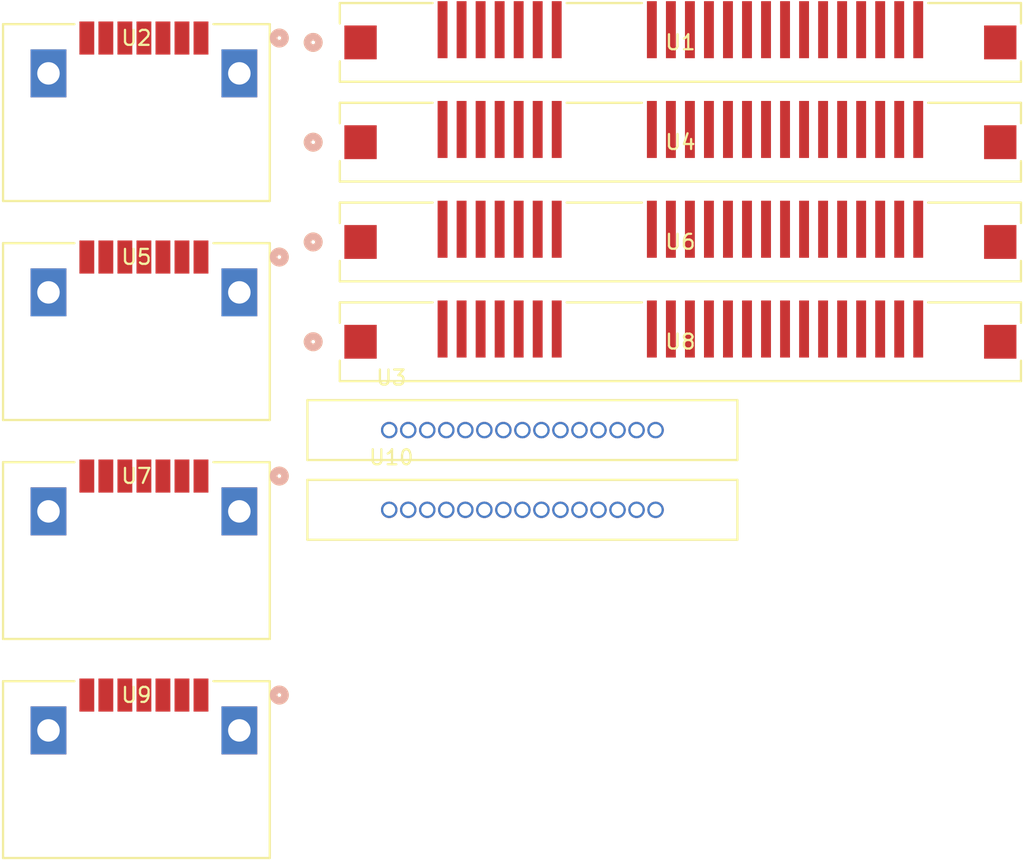
<source format=kicad_pcb>
(kicad_pcb (version 20240108) (generator "pcbnew") (generator_version "8.0")
  (layers (0 "F.Cu" signal) (31 "B.Cu" signal) (34 "B.Paste" user) (35 "F.Paste" user) (36 "B.SilkS" user "B.Silkscreen") (37 "F.SilkS" user "F.Silkscreen") (38 "B.Mask" user) (39 "F.Mask" user) (44 "Edge.Cuts" user))
  (net 0 "")
  (net 1 "+5V")
  (net 2 "+3.3V")
  (net 3 "VSS")
  (net 4 "Net-(U1-A+)")
  (net 5 "Net-(U1-B+)")
  (net 6 "+12V")
  (net 7 "Net-(U1-B-)")
  (net 8 "Net-(U1-A-)")
  (net 9 "Net-(U4-A+)")
  (net 10 "Net-(U4-B+)")
  (net 11 "Net-(U4-B-)")
  (net 12 "Net-(U4-A-)")
  (net 13 "Net-(U6-A+)")
  (net 14 "Net-(U6-B-)")
  (net 15 "Net-(U6-B+)")
  (net 16 "Net-(U6-A-)")
  (net 17 "Net-(U8-A+)")
  (net 18 "Net-(U8-B+)")
  (net 19 "Net-(U8-B-)")
  (net 20 "Net-(U8-A-)")
  (footprint "UE-Connector:CONN_67490-1220_MOL" (layer "F.Cu") (at 114.789905 103.825396)
    (property "Reference" "U9" (at 0 -4.978499 0) (layer "F.SilkS"))
    (property "Value" "SATA_Data")
    (fp_circle (center 9.5377 -4.978499) (end 9.9187 -4.978499) (stroke (width 0.508)) (fill none) (layer "B.SilkS"))
    (fp_line (start -8.9027 -5.905499) (end -8.9027 5.9055) (stroke (width 0.1524)) (layer "F.SilkS"))
    (fp_line (start -8.9027 5.9055) (end 8.9027 5.9055) (stroke (width 0.1524)) (layer "F.SilkS"))
    (fp_line (start -4.138041 -5.905499) (end -8.9027 -5.905499) (stroke (width 0.1524)) (layer "F.SilkS"))
    (fp_line (start 8.9027 -5.905499) (end 5.138039 -5.905499) (stroke (width 0.1524)) (layer "F.SilkS"))
    (fp_line (start 8.9027 5.9055) (end 8.9027 -5.905499) (stroke (width 0.1524)) (layer "F.SilkS"))
    (fp_circle (center 9.5377 -4.978499) (end 9.9187 -4.978499) (stroke (width 0.508)) (fill none) (layer "F.SilkS"))
    (pad "" thru_hole rect (at -5.870001 -2.618499) (size 2.3876 3.2004) (drill 1.4986) (layers "*.Cu" "*.Mask"))
    (pad "" thru_hole rect (at 6.869999 -2.618499) (size 2.3876 3.2004) (drill 1.4986) (layers "*.Cu" "*.Mask"))
    (pad "1" smd rect (at 4.309999 -4.978499) (size 0.9906 2.2098) (layers "F.Cu" "F.Paste" "F.Mask") (net 3 "VSS"))
    (pad "2" smd rect (at 3.039999 -4.978499) (size 0.9906 2.2098) (layers "F.Cu" "F.Paste" "F.Mask") (net 17 "Net-(U8-A+)"))
    (pad "3" smd rect (at 1.769999 -4.978499) (size 0.9906 2.2098) (layers "F.Cu" "F.Paste" "F.Mask") (net 20 "Net-(U8-A-)"))
    (pad "4" smd rect (at 0.499999 -4.978499) (size 0.9906 2.2098) (layers "F.Cu" "F.Paste" "F.Mask") (net 3 "VSS"))
    (pad "5" smd rect (at -0.770001 -4.978499) (size 0.9906 2.2098) (layers "F.Cu" "F.Paste" "F.Mask") (net 19 "Net-(U8-B-)"))
    (pad "6" smd rect (at -2.040001 -4.978499) (size 0.9906 2.2098) (layers "F.Cu" "F.Paste" "F.Mask") (net 18 "Net-(U8-B+)"))
    (pad "7" smd rect (at -3.310001 -4.978499) (size 0.9906 2.2098) (layers "F.Cu" "F.Paste" "F.Mask") (net 3 "VSS"))
  )
  (footprint "UE-Connector:CONN_67490-1220_MOL" (layer "F.Cu") (at 114.789905 59.943799)
    (property "Reference" "U2" (at 0 -4.978499 0) (layer "F.SilkS"))
    (property "Value" "SATA_Data")
    (fp_circle (center 9.5377 -4.978499) (end 9.9187 -4.978499) (stroke (width 0.508)) (fill none) (layer "B.SilkS"))
    (fp_line (start -8.9027 -5.905499) (end -8.9027 5.9055) (stroke (width 0.1524)) (layer "F.SilkS"))
    (fp_line (start -8.9027 5.9055) (end 8.9027 5.9055) (stroke (width 0.1524)) (layer "F.SilkS"))
    (fp_line (start -4.138041 -5.905499) (end -8.9027 -5.905499) (stroke (width 0.1524)) (layer "F.SilkS"))
    (fp_line (start 8.9027 -5.905499) (end 5.138039 -5.905499) (stroke (width 0.1524)) (layer "F.SilkS"))
    (fp_line (start 8.9027 5.9055) (end 8.9027 -5.905499) (stroke (width 0.1524)) (layer "F.SilkS"))
    (fp_circle (center 9.5377 -4.978499) (end 9.9187 -4.978499) (stroke (width 0.508)) (fill none) (layer "F.SilkS"))
    (pad "" thru_hole rect (at -5.870001 -2.618499) (size 2.3876 3.2004) (drill 1.4986) (layers "*.Cu" "*.Mask"))
    (pad "" thru_hole rect (at 6.869999 -2.618499) (size 2.3876 3.2004) (drill 1.4986) (layers "*.Cu" "*.Mask"))
    (pad "1" smd rect (at 4.309999 -4.978499) (size 0.9906 2.2098) (layers "F.Cu" "F.Paste" "F.Mask") (net 3 "VSS"))
    (pad "2" smd rect (at 3.039999 -4.978499) (size 0.9906 2.2098) (layers "F.Cu" "F.Paste" "F.Mask") (net 4 "Net-(U1-A+)"))
    (pad "3" smd rect (at 1.769999 -4.978499) (size 0.9906 2.2098) (layers "F.Cu" "F.Paste" "F.Mask") (net 8 "Net-(U1-A-)"))
    (pad "4" smd rect (at 0.499999 -4.978499) (size 0.9906 2.2098) (layers "F.Cu" "F.Paste" "F.Mask") (net 3 "VSS"))
    (pad "5" smd rect (at -0.770001 -4.978499) (size 0.9906 2.2098) (layers "F.Cu" "F.Paste" "F.Mask") (net 7 "Net-(U1-B-)"))
    (pad "6" smd rect (at -2.040001 -4.978499) (size 0.9906 2.2098) (layers "F.Cu" "F.Paste" "F.Mask") (net 5 "Net-(U1-B+)"))
    (pad "7" smd rect (at -3.310001 -4.978499) (size 0.9906 2.2098) (layers "F.Cu" "F.Paste" "F.Mask") (net 3 "VSS"))
  )
  (footprint "UE-Connector:CONN22_1735284-3_TEC" (layer "F.Cu") (at 151.100005 61.9216)
    (property "Reference" "U4" (at 0 0 0) (layer "F.SilkS"))
    (property "Value" "SATA_Combined")
    (fp_circle (center -24.511 0) (end -24.13 0) (stroke (width 0.508)) (fill none) (layer "B.SilkS"))
    (fp_line (start -22.733 -2.6289) (end -22.733 -1.266685) (stroke (width 0.1524)) (layer "F.SilkS"))
    (fp_line (start -22.733 1.266685) (end -22.733 2.6289) (stroke (width 0.1524)) (layer "F.SilkS"))
    (fp_line (start -22.733 2.6289) (end 22.733 2.6289) (stroke (width 0.1524)) (layer "F.SilkS"))
    (fp_line (start -16.537965 -2.6289) (end -22.733 -2.6289) (stroke (width 0.1524)) (layer "F.SilkS"))
    (fp_line (start -2.567965 -2.6289) (end -7.592085 -2.6289) (stroke (width 0.1524)) (layer "F.SilkS"))
    (fp_line (start 22.733 -2.6289) (end 16.537915 -2.6289) (stroke (width 0.1524)) (layer "F.SilkS"))
    (fp_line (start 22.733 -1.266685) (end 22.733 -2.6289) (stroke (width 0.1524)) (layer "F.SilkS"))
    (fp_line (start 22.733 2.6289) (end 22.733 1.266685) (stroke (width 0.1524)) (layer "F.SilkS"))
    (fp_circle (center -24.511 0) (end -24.13 0) (stroke (width 0.508)) (fill none) (layer "F.SilkS"))
    (pad "" smd rect (at -21.349995 0) (size 2.159 2.2606) (layers "F.Cu" "F.Paste" "F.Mask"))
    (pad "" np_thru_hole circle (at -18.400001 0.299999 90) (size 2.159 2.159) (drill 2.159) (layers "*.Cu" "*.Mask"))
    (pad "" np_thru_hole circle (at 18.400001 0.299999 90) (size 2.159 2.159) (drill 2.159) (layers "*.Cu" "*.Mask"))
    (pad "" smd rect (at 21.349995 0) (size 2.159 2.2606) (layers "F.Cu" "F.Paste" "F.Mask"))
    (pad "1" smd rect (at -15.875025 -0.850001 90) (size 3.81 0.6604) (layers "F.Cu" "F.Paste" "F.Mask") (net 3 "VSS"))
    (pad "2" smd rect (at -14.605025 -0.850001 90) (size 3.81 0.6604) (layers "F.Cu" "F.Paste" "F.Mask") (net 9 "Net-(U4-A+)"))
    (pad "3" smd rect (at -13.335025 -0.850001 90) (size 3.81 0.6604) (layers "F.Cu" "F.Paste" "F.Mask") (net 12 "Net-(U4-A-)"))
    (pad "4" smd rect (at -12.065025 -0.850001 90) (size 3.81 0.6604) (layers "F.Cu" "F.Paste" "F.Mask") (net 3 "VSS"))
    (pad "5" smd rect (at -10.795025 -0.850001 90) (size 3.81 0.6604) (layers "F.Cu" "F.Paste" "F.Mask") (net 11 "Net-(U4-B-)"))
    (pad "6" smd rect (at -9.525025 -0.850001 90) (size 3.81 0.6604) (layers "F.Cu" "F.Paste" "F.Mask") (net 10 "Net-(U4-B+)"))
    (pad "7" smd rect (at -8.255025 -0.850001 90) (size 3.81 0.6604) (layers "F.Cu" "F.Paste" "F.Mask") (net 3 "VSS"))
    (pad "8" smd rect (at -1.905025 -0.850001 90) (size 3.81 0.6604) (layers "F.Cu" "F.Paste" "F.Mask") (net 2 "+3.3V"))
    (pad "9" smd rect (at -0.635025 -0.850001 90) (size 3.81 0.6604) (layers "F.Cu" "F.Paste" "F.Mask") (net 2 "+3.3V"))
    (pad "10" smd rect (at 0.634975 -0.850001 90) (size 3.81 0.6604) (layers "F.Cu" "F.Paste" "F.Mask") (net 2 "+3.3V"))
    (pad "11" smd rect (at 1.904975 -0.850001 90) (size 3.81 0.6604) (layers "F.Cu" "F.Paste" "F.Mask") (net 3 "VSS"))
    (pad "12" smd rect (at 3.174975 -0.850001 90) (size 3.81 0.6604) (layers "F.Cu" "F.Paste" "F.Mask") (net 3 "VSS"))
    (pad "13" smd rect (at 4.444975 -0.850001 90) (size 3.81 0.6604) (layers "F.Cu" "F.Paste" "F.Mask") (net 3 "VSS"))
    (pad "14" smd rect (at 5.714975 -0.850001 90) (size 3.81 0.6604) (layers "F.Cu" "F.Paste" "F.Mask") (net 1 "+5V"))
    (pad "15" smd rect (at 6.984975 -0.850001 90) (size 3.81 0.6604) (layers "F.Cu" "F.Paste" "F.Mask") (net 1 "+5V"))
    (pad "16" smd rect (at 8.254975 -0.850001 90) (size 3.81 0.6604) (layers "F.Cu" "F.Paste" "F.Mask") (net 1 "+5V"))
    (pad "17" smd rect (at 9.524975 -0.850001 90) (size 3.81 0.6604) (layers "F.Cu" "F.Paste" "F.Mask") (net 3 "VSS"))
    (pad "18" smd rect (at 10.794975 -0.850001 90) (size 3.81 0.6604) (layers "F.Cu" "F.Paste" "F.Mask") (net 3 "VSS"))
    (pad "19" smd rect (at 12.064975 -0.850001 90) (size 3.81 0.6604) (layers "F.Cu" "F.Paste" "F.Mask") (net 3 "VSS"))
    (pad "20" smd rect (at 13.334975 -0.850001 90) (size 3.81 0.6604) (layers "F.Cu" "F.Paste" "F.Mask") (net 6 "+12V"))
    (pad "21" smd rect (at 14.604975 -0.850001 90) (size 3.81 0.6604) (layers "F.Cu" "F.Paste" "F.Mask") (net 6 "+12V"))
    (pad "22" smd rect (at 15.874975 -0.850001 90) (size 3.81 0.6604) (layers "F.Cu" "F.Paste" "F.Mask") (net 6 "+12V"))
  )
  (footprint "UE-Connector:alim_SATA" (layer "F.Cu") (at 126.204005 88.4753)
    (property "Reference" "U10" (at 5.6 -5.5 0) (layer "F.SilkS"))
    (property "Value" "SATA_Power")
    (fp_line (start 0 -4) (end 0 0) (stroke (width 0.15)) (layer "F.SilkS"))
    (fp_line (start 0 0) (end 28.7 0) (stroke (width 0.15)) (layer "F.SilkS"))
    (fp_line (start 28.7 -4) (end 0 -4) (stroke (width 0.15)) (layer "F.SilkS"))
    (fp_line (start 28.7 0) (end 28.7 -4) (stroke (width 0.15)) (layer "F.SilkS"))
    (pad "" np_thru_hole circle (at 1.8 -2) (size 1.7 1.7) (drill 1.7) (layers "F&B.Cu" "*.Mask"))
    (pad "" np_thru_hole circle (at 26.33 -2) (size 1.7 1.7) (drill 1.7) (layers "F&B.Cu" "*.Mask"))
    (pad "1" thru_hole circle (at 5.46 -2) (size 1.1 1.1) (drill 0.8) (layers "*.Cu" "*.Mask") (net 2 "+3.3V"))
    (pad "2" thru_hole circle (at 6.73 -2) (size 1.1 1.1) (drill 0.8) (layers "*.Cu" "*.Mask") (net 2 "+3.3V"))
    (pad "3" thru_hole circle (at 8 -2) (size 1.1 1.1) (drill 0.8) (layers "*.Cu" "*.Mask") (net 2 "+3.3V"))
    (pad "4" thru_hole circle (at 9.27 -2) (size 1.1 1.1) (drill 0.8) (layers "*.Cu" "*.Mask") (net 3 "VSS"))
    (pad "5" thru_hole circle (at 10.54 -2) (size 1.1 1.1) (drill 0.8) (layers "*.Cu" "*.Mask") (net 3 "VSS"))
    (pad "6" thru_hole circle (at 11.81 -2) (size 1.1 1.1) (drill 0.8) (layers "*.Cu" "*.Mask") (net 3 "VSS"))
    (pad "7" thru_hole circle (at 13.08 -2) (size 1.1 1.1) (drill 0.8) (layers "*.Cu" "*.Mask") (net 1 "+5V"))
    (pad "8" thru_hole circle (at 14.35 -2) (size 1.1 1.1) (drill 0.8) (layers "*.Cu" "*.Mask") (net 1 "+5V"))
    (pad "9" thru_hole circle (at 15.62 -2) (size 1.1 1.1) (drill 0.8) (layers "*.Cu" "*.Mask") (net 1 "+5V"))
    (pad "10" thru_hole circle (at 16.89 -2) (size 1.1 1.1) (drill 0.8) (layers "*.Cu" "*.Mask") (net 3 "VSS"))
    (pad "11" thru_hole circle (at 18.16 -2) (size 1.1 1.1) (drill 0.8) (layers "*.Cu" "*.Mask") (net 3 "VSS"))
    (pad "12" thru_hole circle (at 19.43 -2) (size 1.1 1.1) (drill 0.8) (layers "*.Cu" "*.Mask") (net 3 "VSS"))
    (pad "13" thru_hole circle (at 20.7 -2) (size 1.1 1.1) (drill 0.8) (layers "*.Cu" "*.Mask") (net 6 "+12V"))
    (pad "14" thru_hole circle (at 21.97 -2) (size 1.1 1.1) (drill 0.8) (layers "*.Cu" "*.Mask") (net 6 "+12V"))
    (pad "15" thru_hole circle (at 23.24 -2) (size 1.1 1.1) (drill 0.8) (layers "*.Cu" "*.Mask") (net 6 "+12V"))
  )
  (footprint "UE-Connector:CONN22_1735284-3_TEC" (layer "F.Cu") (at 151.100005 55.2574)
    (property "Reference" "U1" (at 0 0 0) (layer "F.SilkS"))
    (property "Value" "SATA_Combined")
    (fp_circle (center -24.511 0) (end -24.13 0) (stroke (width 0.508)) (fill none) (layer "B.SilkS"))
    (fp_line (start -22.733 -2.6289) (end -22.733 -1.266685) (stroke (width 0.1524)) (layer "F.SilkS"))
    (fp_line (start -22.733 1.266685) (end -22.733 2.6289) (stroke (width 0.1524)) (layer "F.SilkS"))
    (fp_line (start -22.733 2.6289) (end 22.733 2.6289) (stroke (width 0.1524)) (layer "F.SilkS"))
    (fp_line (start -16.537965 -2.6289) (end -22.733 -2.6289) (stroke (width 0.1524)) (layer "F.SilkS"))
    (fp_line (start -2.567965 -2.6289) (end -7.592085 -2.6289) (stroke (width 0.1524)) (layer "F.SilkS"))
    (fp_line (start 22.733 -2.6289) (end 16.537915 -2.6289) (stroke (width 0.1524)) (layer "F.SilkS"))
    (fp_line (start 22.733 -1.266685) (end 22.733 -2.6289) (stroke (width 0.1524)) (layer "F.SilkS"))
    (fp_line (start 22.733 2.6289) (end 22.733 1.266685) (stroke (width 0.1524)) (layer "F.SilkS"))
    (fp_circle (center -24.511 0) (end -24.13 0) (stroke (width 0.508)) (fill none) (layer "F.SilkS"))
    (pad "" smd rect (at -21.349995 0) (size 2.159 2.2606) (layers "F.Cu" "F.Paste" "F.Mask"))
    (pad "" np_thru_hole circle (at -18.400001 0.299999 90) (size 2.159 2.159) (drill 2.159) (layers "*.Cu" "*.Mask"))
    (pad "" np_thru_hole circle (at 18.400001 0.299999 90) (size 2.159 2.159) (drill 2.159) (layers "*.Cu" "*.Mask"))
    (pad "" smd rect (at 21.349995 0) (size 2.159 2.2606) (layers "F.Cu" "F.Paste" "F.Mask"))
    (pad "1" smd rect (at -15.875025 -0.850001 90) (size 3.81 0.6604) (layers "F.Cu" "F.Paste" "F.Mask") (net 3 "VSS"))
    (pad "2" smd rect (at -14.605025 -0.850001 90) (size 3.81 0.6604) (layers "F.Cu" "F.Paste" "F.Mask") (net 4 "Net-(U1-A+)"))
    (pad "3" smd rect (at -13.335025 -0.850001 90) (size 3.81 0.6604) (layers "F.Cu" "F.Paste" "F.Mask") (net 8 "Net-(U1-A-)"))
    (pad "4" smd rect (at -12.065025 -0.850001 90) (size 3.81 0.6604) (layers "F.Cu" "F.Paste" "F.Mask") (net 3 "VSS"))
    (pad "5" smd rect (at -10.795025 -0.850001 90) (size 3.81 0.6604) (layers "F.Cu" "F.Paste" "F.Mask") (net 7 "Net-(U1-B-)"))
    (pad "6" smd rect (at -9.525025 -0.850001 90) (size 3.81 0.6604) (layers "F.Cu" "F.Paste" "F.Mask") (net 5 "Net-(U1-B+)"))
    (pad "7" smd rect (at -8.255025 -0.850001 90) (size 3.81 0.6604) (layers "F.Cu" "F.Paste" "F.Mask") (net 3 "VSS"))
    (pad "8" smd rect (at -1.905025 -0.850001 90) (size 3.81 0.6604) (layers "F.Cu" "F.Paste" "F.Mask") (net 2 "+3.3V"))
    (pad "9" smd rect (at -0.635025 -0.850001 90) (size 3.81 0.6604) (layers "F.Cu" "F.Paste" "F.Mask") (net 2 "+3.3V"))
    (pad "10" smd rect (at 0.634975 -0.850001 90) (size 3.81 0.6604) (layers "F.Cu" "F.Paste" "F.Mask") (net 2 "+3.3V"))
    (pad "11" smd rect (at 1.904975 -0.850001 90) (size 3.81 0.6604) (layers "F.Cu" "F.Paste" "F.Mask") (net 3 "VSS"))
    (pad "12" smd rect (at 3.174975 -0.850001 90) (size 3.81 0.6604) (layers "F.Cu" "F.Paste" "F.Mask") (net 3 "VSS"))
    (pad "13" smd rect (at 4.444975 -0.850001 90) (size 3.81 0.6604) (layers "F.Cu" "F.Paste" "F.Mask") (net 3 "VSS"))
    (pad "14" smd rect (at 5.714975 -0.850001 90) (size 3.81 0.6604) (layers "F.Cu" "F.Paste" "F.Mask") (net 1 "+5V"))
    (pad "15" smd rect (at 6.984975 -0.850001 90) (size 3.81 0.6604) (layers "F.Cu" "F.Paste" "F.Mask") (net 1 "+5V"))
    (pad "16" smd rect (at 8.254975 -0.850001 90) (size 3.81 0.6604) (layers "F.Cu" "F.Paste" "F.Mask") (net 1 "+5V"))
    (pad "17" smd rect (at 9.524975 -0.850001 90) (size 3.81 0.6604) (layers "F.Cu" "F.Paste" "F.Mask") (net 3 "VSS"))
    (pad "18" smd rect (at 10.794975 -0.850001 90) (size 3.81 0.6604) (layers "F.Cu" "F.Paste" "F.Mask") (net 3 "VSS"))
    (pad "19" smd rect (at 12.064975 -0.850001 90) (size 3.81 0.6604) (layers "F.Cu" "F.Paste" "F.Mask") (net 3 "VSS"))
    (pad "20" smd rect (at 13.334975 -0.850001 90) (size 3.81 0.6604) (layers "F.Cu" "F.Paste" "F.Mask") (net 6 "+12V"))
    (pad "21" smd rect (at 14.604975 -0.850001 90) (size 3.81 0.6604) (layers "F.Cu" "F.Paste" "F.Mask") (net 6 "+12V"))
    (pad "22" smd rect (at 15.874975 -0.850001 90) (size 3.81 0.6604) (layers "F.Cu" "F.Paste" "F.Mask") (net 6 "+12V"))
  )
  (footprint "UE-Connector:CONN_67490-1220_MOL" (layer "F.Cu") (at 114.789905 89.198197)
    (property "Reference" "U7" (at 0 -4.978499 0) (layer "F.SilkS"))
    (property "Value" "SATA_Data")
    (fp_circle (center 9.5377 -4.978499) (end 9.9187 -4.978499) (stroke (width 0.508)) (fill none) (layer "B.SilkS"))
    (fp_line (start -8.9027 -5.905499) (end -8.9027 5.9055) (stroke (width 0.1524)) (layer "F.SilkS"))
    (fp_line (start -8.9027 5.9055) (end 8.9027 5.9055) (stroke (width 0.1524)) (layer "F.SilkS"))
    (fp_line (start -4.138041 -5.905499) (end -8.9027 -5.905499) (stroke (width 0.1524)) (layer "F.SilkS"))
    (fp_line (start 8.9027 -5.905499) (end 5.138039 -5.905499) (stroke (width 0.1524)) (layer "F.SilkS"))
    (fp_line (start 8.9027 5.9055) (end 8.9027 -5.905499) (stroke (width 0.1524)) (layer "F.SilkS"))
    (fp_circle (center 9.5377 -4.978499) (end 9.9187 -4.978499) (stroke (width 0.508)) (fill none) (layer "F.SilkS"))
    (pad "" thru_hole rect (at -5.870001 -2.618499) (size 2.3876 3.2004) (drill 1.4986) (layers "*.Cu" "*.Mask"))
    (pad "" thru_hole rect (at 6.869999 -2.618499) (size 2.3876 3.2004) (drill 1.4986) (layers "*.Cu" "*.Mask"))
    (pad "1" smd rect (at 4.309999 -4.978499) (size 0.9906 2.2098) (layers "F.Cu" "F.Paste" "F.Mask") (net 3 "VSS"))
    (pad "2" smd rect (at 3.039999 -4.978499) (size 0.9906 2.2098) (layers "F.Cu" "F.Paste" "F.Mask") (net 13 "Net-(U6-A+)"))
    (pad "3" smd rect (at 1.769999 -4.978499) (size 0.9906 2.2098) (layers "F.Cu" "F.Paste" "F.Mask") (net 16 "Net-(U6-A-)"))
    (pad "4" smd rect (at 0.499999 -4.978499) (size 0.9906 2.2098) (layers "F.Cu" "F.Paste" "F.Mask") (net 3 "VSS"))
    (pad "5" smd rect (at -0.770001 -4.978499) (size 0.9906 2.2098) (layers "F.Cu" "F.Paste" "F.Mask") (net 14 "Net-(U6-B-)"))
    (pad "6" smd rect (at -2.040001 -4.978499) (size 0.9906 2.2098) (layers "F.Cu" "F.Paste" "F.Mask") (net 15 "Net-(U6-B+)"))
    (pad "7" smd rect (at -3.310001 -4.978499) (size 0.9906 2.2098) (layers "F.Cu" "F.Paste" "F.Mask") (net 3 "VSS"))
  )
  (footprint "UE-Connector:alim_SATA" (layer "F.Cu") (at 126.204005 83.1503)
    (property "Reference" "U3" (at 5.6 -5.5 0) (layer "F.SilkS"))
    (property "Value" "SATA_Power")
    (fp_line (start 0 -4) (end 0 0) (stroke (width 0.15)) (layer "F.SilkS"))
    (fp_line (start 0 0) (end 28.7 0) (stroke (width 0.15)) (layer "F.SilkS"))
    (fp_line (start 28.7 -4) (end 0 -4) (stroke (width 0.15)) (layer "F.SilkS"))
    (fp_line (start 28.7 0) (end 28.7 -4) (stroke (width 0.15)) (layer "F.SilkS"))
    (pad "" np_thru_hole circle (at 1.8 -2) (size 1.7 1.7) (drill 1.7) (layers "F&B.Cu" "*.Mask"))
    (pad "" np_thru_hole circle (at 26.33 -2) (size 1.7 1.7) (drill 1.7) (layers "F&B.Cu" "*.Mask"))
    (pad "1" thru_hole circle (at 5.46 -2) (size 1.1 1.1) (drill 0.8) (layers "*.Cu" "*.Mask") (net 2 "+3.3V"))
    (pad "2" thru_hole circle (at 6.73 -2) (size 1.1 1.1) (drill 0.8) (layers "*.Cu" "*.Mask") (net 2 "+3.3V"))
    (pad "3" thru_hole circle (at 8 -2) (size 1.1 1.1) (drill 0.8) (layers "*.Cu" "*.Mask") (net 2 "+3.3V"))
    (pad "4" thru_hole circle (at 9.27 -2) (size 1.1 1.1) (drill 0.8) (layers "*.Cu" "*.Mask") (net 3 "VSS"))
    (pad "5" thru_hole circle (at 10.54 -2) (size 1.1 1.1) (drill 0.8) (layers "*.Cu" "*.Mask") (net 3 "VSS"))
    (pad "6" thru_hole circle (at 11.81 -2) (size 1.1 1.1) (drill 0.8) (layers "*.Cu" "*.Mask") (net 3 "VSS"))
    (pad "7" thru_hole circle (at 13.08 -2) (size 1.1 1.1) (drill 0.8) (layers "*.Cu" "*.Mask") (net 1 "+5V"))
    (pad "8" thru_hole circle (at 14.35 -2) (size 1.1 1.1) (drill 0.8) (layers "*.Cu" "*.Mask") (net 1 "+5V"))
    (pad "9" thru_hole circle (at 15.62 -2) (size 1.1 1.1) (drill 0.8) (layers "*.Cu" "*.Mask") (net 1 "+5V"))
    (pad "10" thru_hole circle (at 16.89 -2) (size 1.1 1.1) (drill 0.8) (layers "*.Cu" "*.Mask") (net 3 "VSS"))
    (pad "11" thru_hole circle (at 18.16 -2) (size 1.1 1.1) (drill 0.8) (layers "*.Cu" "*.Mask") (net 3 "VSS"))
    (pad "12" thru_hole circle (at 19.43 -2) (size 1.1 1.1) (drill 0.8) (layers "*.Cu" "*.Mask") (net 3 "VSS"))
    (pad "13" thru_hole circle (at 20.7 -2) (size 1.1 1.1) (drill 0.8) (layers "*.Cu" "*.Mask") (net 6 "+12V"))
    (pad "14" thru_hole circle (at 21.97 -2) (size 1.1 1.1) (drill 0.8) (layers "*.Cu" "*.Mask") (net 6 "+12V"))
    (pad "15" thru_hole circle (at 23.24 -2) (size 1.1 1.1) (drill 0.8) (layers "*.Cu" "*.Mask") (net 6 "+12V"))
  )
  (footprint "UE-Connector:CONN_67490-1220_MOL" (layer "F.Cu") (at 114.789905 74.570998)
    (property "Reference" "U5" (at 0 -4.978499 0) (layer "F.SilkS"))
    (property "Value" "SATA_Data")
    (fp_circle (center 9.5377 -4.978499) (end 9.9187 -4.978499) (stroke (width 0.508)) (fill none) (layer "B.SilkS"))
    (fp_line (start -8.9027 -5.905499) (end -8.9027 5.9055) (stroke (width 0.1524)) (layer "F.SilkS"))
    (fp_line (start -8.9027 5.9055) (end 8.9027 5.9055) (stroke (width 0.1524)) (layer "F.SilkS"))
    (fp_line (start -4.138041 -5.905499) (end -8.9027 -5.905499) (stroke (width 0.1524)) (layer "F.SilkS"))
    (fp_line (start 8.9027 -5.905499) (end 5.138039 -5.905499) (stroke (width 0.1524)) (layer "F.SilkS"))
    (fp_line (start 8.9027 5.9055) (end 8.9027 -5.905499) (stroke (width 0.1524)) (layer "F.SilkS"))
    (fp_circle (center 9.5377 -4.978499) (end 9.9187 -4.978499) (stroke (width 0.508)) (fill none) (layer "F.SilkS"))
    (pad "" thru_hole rect (at -5.870001 -2.618499) (size 2.3876 3.2004) (drill 1.4986) (layers "*.Cu" "*.Mask"))
    (pad "" thru_hole rect (at 6.869999 -2.618499) (size 2.3876 3.2004) (drill 1.4986) (layers "*.Cu" "*.Mask"))
    (pad "1" smd rect (at 4.309999 -4.978499) (size 0.9906 2.2098) (layers "F.Cu" "F.Paste" "F.Mask") (net 3 "VSS"))
    (pad "2" smd rect (at 3.039999 -4.978499) (size 0.9906 2.2098) (layers "F.Cu" "F.Paste" "F.Mask") (net 9 "Net-(U4-A+)"))
    (pad "3" smd rect (at 1.769999 -4.978499) (size 0.9906 2.2098) (layers "F.Cu" "F.Paste" "F.Mask") (net 12 "Net-(U4-A-)"))
    (pad "4" smd rect (at 0.499999 -4.978499) (size 0.9906 2.2098) (layers "F.Cu" "F.Paste" "F.Mask") (net 3 "VSS"))
    (pad "5" smd rect (at -0.770001 -4.978499) (size 0.9906 2.2098) (layers "F.Cu" "F.Paste" "F.Mask") (net 11 "Net-(U4-B-)"))
    (pad "6" smd rect (at -2.040001 -4.978499) (size 0.9906 2.2098) (layers "F.Cu" "F.Paste" "F.Mask") (net 10 "Net-(U4-B+)"))
    (pad "7" smd rect (at -3.310001 -4.978499) (size 0.9906 2.2098) (layers "F.Cu" "F.Paste" "F.Mask") (net 3 "VSS"))
  )
  (footprint "UE-Connector:CONN22_1735284-3_TEC" (layer "F.Cu") (at 151.100005 68.5858)
    (property "Reference" "U6" (at 0 0 0) (layer "F.SilkS"))
    (property "Value" "SATA_Combined")
    (fp_circle (center -24.511 0) (end -24.13 0) (stroke (width 0.508)) (fill none) (layer "B.SilkS"))
    (fp_line (start -22.733 -2.6289) (end -22.733 -1.266685) (stroke (width 0.1524)) (layer "F.SilkS"))
    (fp_line (start -22.733 1.266685) (end -22.733 2.6289) (stroke (width 0.1524)) (layer "F.SilkS"))
    (fp_line (start -22.733 2.6289) (end 22.733 2.6289) (stroke (width 0.1524)) (layer "F.SilkS"))
    (fp_line (start -16.537965 -2.6289) (end -22.733 -2.6289) (stroke (width 0.1524)) (layer "F.SilkS"))
    (fp_line (start -2.567965 -2.6289) (end -7.592085 -2.6289) (stroke (width 0.1524)) (layer "F.SilkS"))
    (fp_line (start 22.733 -2.6289) (end 16.537915 -2.6289) (stroke (width 0.1524)) (layer "F.SilkS"))
    (fp_line (start 22.733 -1.266685) (end 22.733 -2.6289) (stroke (width 0.1524)) (layer "F.SilkS"))
    (fp_line (start 22.733 2.6289) (end 22.733 1.266685) (stroke (width 0.1524)) (layer "F.SilkS"))
    (fp_circle (center -24.511 0) (end -24.13 0) (stroke (width 0.508)) (fill none) (layer "F.SilkS"))
    (pad "" smd rect (at -21.349995 0) (size 2.159 2.2606) (layers "F.Cu" "F.Paste" "F.Mask"))
    (pad "" np_thru_hole circle (at -18.400001 0.299999 90) (size 2.159 2.159) (drill 2.159) (layers "*.Cu" "*.Mask"))
    (pad "" np_thru_hole circle (at 18.400001 0.299999 90) (size 2.159 2.159) (drill 2.159) (layers "*.Cu" "*.Mask"))
    (pad "" smd rect (at 21.349995 0) (size 2.159 2.2606) (layers "F.Cu" "F.Paste" "F.Mask"))
    (pad "1" smd rect (at -15.875025 -0.850001 90) (size 3.81 0.6604) (layers "F.Cu" "F.Paste" "F.Mask") (net 3 "VSS"))
    (pad "2" smd rect (at -14.605025 -0.850001 90) (size 3.81 0.6604) (layers "F.Cu" "F.Paste" "F.Mask") (net 13 "Net-(U6-A+)"))
    (pad "3" smd rect (at -13.335025 -0.850001 90) (size 3.81 0.6604) (layers "F.Cu" "F.Paste" "F.Mask") (net 16 "Net-(U6-A-)"))
    (pad "4" smd rect (at -12.065025 -0.850001 90) (size 3.81 0.6604) (layers "F.Cu" "F.Paste" "F.Mask") (net 3 "VSS"))
    (pad "5" smd rect (at -10.795025 -0.850001 90) (size 3.81 0.6604) (layers "F.Cu" "F.Paste" "F.Mask") (net 14 "Net-(U6-B-)"))
    (pad "6" smd rect (at -9.525025 -0.850001 90) (size 3.81 0.6604) (layers "F.Cu" "F.Paste" "F.Mask") (net 15 "Net-(U6-B+)"))
    (pad "7" smd rect (at -8.255025 -0.850001 90) (size 3.81 0.6604) (layers "F.Cu" "F.Paste" "F.Mask") (net 3 "VSS"))
    (pad "8" smd rect (at -1.905025 -0.850001 90) (size 3.81 0.6604) (layers "F.Cu" "F.Paste" "F.Mask") (net 2 "+3.3V"))
    (pad "9" smd rect (at -0.635025 -0.850001 90) (size 3.81 0.6604) (layers "F.Cu" "F.Paste" "F.Mask") (net 2 "+3.3V"))
    (pad "10" smd rect (at 0.634975 -0.850001 90) (size 3.81 0.6604) (layers "F.Cu" "F.Paste" "F.Mask") (net 2 "+3.3V"))
    (pad "11" smd rect (at 1.904975 -0.850001 90) (size 3.81 0.6604) (layers "F.Cu" "F.Paste" "F.Mask") (net 3 "VSS"))
    (pad "12" smd rect (at 3.174975 -0.850001 90) (size 3.81 0.6604) (layers "F.Cu" "F.Paste" "F.Mask") (net 3 "VSS"))
    (pad "13" smd rect (at 4.444975 -0.850001 90) (size 3.81 0.6604) (layers "F.Cu" "F.Paste" "F.Mask") (net 3 "VSS"))
    (pad "14" smd rect (at 5.714975 -0.850001 90) (size 3.81 0.6604) (layers "F.Cu" "F.Paste" "F.Mask") (net 1 "+5V"))
    (pad "15" smd rect (at 6.984975 -0.850001 90) (size 3.81 0.6604) (layers "F.Cu" "F.Paste" "F.Mask") (net 1 "+5V"))
    (pad "16" smd rect (at 8.254975 -0.850001 90) (size 3.81 0.6604) (layers "F.Cu" "F.Paste" "F.Mask") (net 1 "+5V"))
    (pad "17" smd rect (at 9.524975 -0.850001 90) (size 3.81 0.6604) (layers "F.Cu" "F.Paste" "F.Mask") (net 3 "VSS"))
    (pad "18" smd rect (at 10.794975 -0.850001 90) (size 3.81 0.6604) (layers "F.Cu" "F.Paste" "F.Mask") (net 3 "VSS"))
    (pad "19" smd rect (at 12.064975 -0.850001 90) (size 3.81 0.6604) (layers "F.Cu" "F.Paste" "F.Mask") (net 3 "VSS"))
    (pad "20" smd rect (at 13.334975 -0.850001 90) (size 3.81 0.6604) (layers "F.Cu" "F.Paste" "F.Mask") (net 6 "+12V"))
    (pad "21" smd rect (at 14.604975 -0.850001 90) (size 3.81 0.6604) (layers "F.Cu" "F.Paste" "F.Mask") (net 6 "+12V"))
    (pad "22" smd rect (at 15.874975 -0.850001 90) (size 3.81 0.6604) (layers "F.Cu" "F.Paste" "F.Mask") (net 6 "+12V"))
  )
  (footprint "UE-Connector:CONN22_1735284-3_TEC" (layer "F.Cu") (at 151.100005 75.25)
    (property "Reference" "U8" (at 0 0 0) (layer "F.SilkS"))
    (property "Value" "SATA_Combined")
    (fp_circle (center -24.511 0) (end -24.13 0) (stroke (width 0.508)) (fill none) (layer "B.SilkS"))
    (fp_line (start -22.733 -2.6289) (end -22.733 -1.266685) (stroke (width 0.1524)) (layer "F.SilkS"))
    (fp_line (start -22.733 1.266685) (end -22.733 2.6289) (stroke (width 0.1524)) (layer "F.SilkS"))
    (fp_line (start -22.733 2.6289) (end 22.733 2.6289) (stroke (width 0.1524)) (layer "F.SilkS"))
    (fp_line (start -16.537965 -2.6289) (end -22.733 -2.6289) (stroke (width 0.1524)) (layer "F.SilkS"))
    (fp_line (start -2.567965 -2.6289) (end -7.592085 -2.6289) (stroke (width 0.1524)) (layer "F.SilkS"))
    (fp_line (start 22.733 -2.6289) (end 16.537915 -2.6289) (stroke (width 0.1524)) (layer "F.SilkS"))
    (fp_line (start 22.733 -1.266685) (end 22.733 -2.6289) (stroke (width 0.1524)) (layer "F.SilkS"))
    (fp_line (start 22.733 2.6289) (end 22.733 1.266685) (stroke (width 0.1524)) (layer "F.SilkS"))
    (fp_circle (center -24.511 0) (end -24.13 0) (stroke (width 0.508)) (fill none) (layer "F.SilkS"))
    (pad "" smd rect (at -21.349995 0) (size 2.159 2.2606) (layers "F.Cu" "F.Paste" "F.Mask"))
    (pad "" np_thru_hole circle (at -18.400001 0.299999 90) (size 2.159 2.159) (drill 2.159) (layers "*.Cu" "*.Mask"))
    (pad "" np_thru_hole circle (at 18.400001 0.299999 90) (size 2.159 2.159) (drill 2.159) (layers "*.Cu" "*.Mask"))
    (pad "" smd rect (at 21.349995 0) (size 2.159 2.2606) (layers "F.Cu" "F.Paste" "F.Mask"))
    (pad "1" smd rect (at -15.875025 -0.850001 90) (size 3.81 0.6604) (layers "F.Cu" "F.Paste" "F.Mask") (net 3 "VSS"))
    (pad "2" smd rect (at -14.605025 -0.850001 90) (size 3.81 0.6604) (layers "F.Cu" "F.Paste" "F.Mask") (net 17 "Net-(U8-A+)"))
    (pad "3" smd rect (at -13.335025 -0.850001 90) (size 3.81 0.6604) (layers "F.Cu" "F.Paste" "F.Mask") (net 20 "Net-(U8-A-)"))
    (pad "4" smd rect (at -12.065025 -0.850001 90) (size 3.81 0.6604) (layers "F.Cu" "F.Paste" "F.Mask") (net 3 "VSS"))
    (pad "5" smd rect (at -10.795025 -0.850001 90) (size 3.81 0.6604) (layers "F.Cu" "F.Paste" "F.Mask") (net 19 "Net-(U8-B-)"))
    (pad "6" smd rect (at -9.525025 -0.850001 90) (size 3.81 0.6604) (layers "F.Cu" "F.Paste" "F.Mask") (net 18 "Net-(U8-B+)"))
    (pad "7" smd rect (at -8.255025 -0.850001 90) (size 3.81 0.6604) (layers "F.Cu" "F.Paste" "F.Mask") (net 3 "VSS"))
    (pad "8" smd rect (at -1.905025 -0.850001 90) (size 3.81 0.6604) (layers "F.Cu" "F.Paste" "F.Mask") (net 2 "+3.3V"))
    (pad "9" smd rect (at -0.635025 -0.850001 90) (size 3.81 0.6604) (layers "F.Cu" "F.Paste" "F.Mask") (net 2 "+3.3V"))
    (pad "10" smd rect (at 0.634975 -0.850001 90) (size 3.81 0.6604) (layers "F.Cu" "F.Paste" "F.Mask") (net 2 "+3.3V"))
    (pad "11" smd rect (at 1.904975 -0.850001 90) (size 3.81 0.6604) (layers "F.Cu" "F.Paste" "F.Mask") (net 3 "VSS"))
    (pad "12" smd rect (at 3.174975 -0.850001 90) (size 3.81 0.6604) (layers "F.Cu" "F.Paste" "F.Mask") (net 3 "VSS"))
    (pad "13" smd rect (at 4.444975 -0.850001 90) (size 3.81 0.6604) (layers "F.Cu" "F.Paste" "F.Mask") (net 3 "VSS"))
    (pad "14" smd rect (at 5.714975 -0.850001 90) (size 3.81 0.6604) (layers "F.Cu" "F.Paste" "F.Mask") (net 1 "+5V"))
    (pad "15" smd rect (at 6.984975 -0.850001 90) (size 3.81 0.6604) (layers "F.Cu" "F.Paste" "F.Mask") (net 1 "+5V"))
    (pad "16" smd rect (at 8.254975 -0.850001 90) (size 3.81 0.6604) (layers "F.Cu" "F.Paste" "F.Mask") (net 1 "+5V"))
    (pad "17" smd rect (at 9.524975 -0.850001 90) (size 3.81 0.6604) (layers "F.Cu" "F.Paste" "F.Mask") (net 3 "VSS"))
    (pad "18" smd rect (at 10.794975 -0.850001 90) (size 3.81 0.6604) (layers "F.Cu" "F.Paste" "F.Mask") (net 3 "VSS"))
    (pad "19" smd rect (at 12.064975 -0.850001 90) (size 3.81 0.6604) (layers "F.Cu" "F.Paste" "F.Mask") (net 3 "VSS"))
    (pad "20" smd rect (at 13.334975 -0.850001 90) (size 3.81 0.6604) (layers "F.Cu" "F.Paste" "F.Mask") (net 6 "+12V"))
    (pad "21" smd rect (at 14.604975 -0.850001 90) (size 3.81 0.6604) (layers "F.Cu" "F.Paste" "F.Mask") (net 6 "+12V"))
    (pad "22" smd rect (at 15.874975 -0.850001 90) (size 3.81 0.6604) (layers "F.Cu" "F.Paste" "F.Mask") (net 6 "+12V"))
  )
)
</source>
